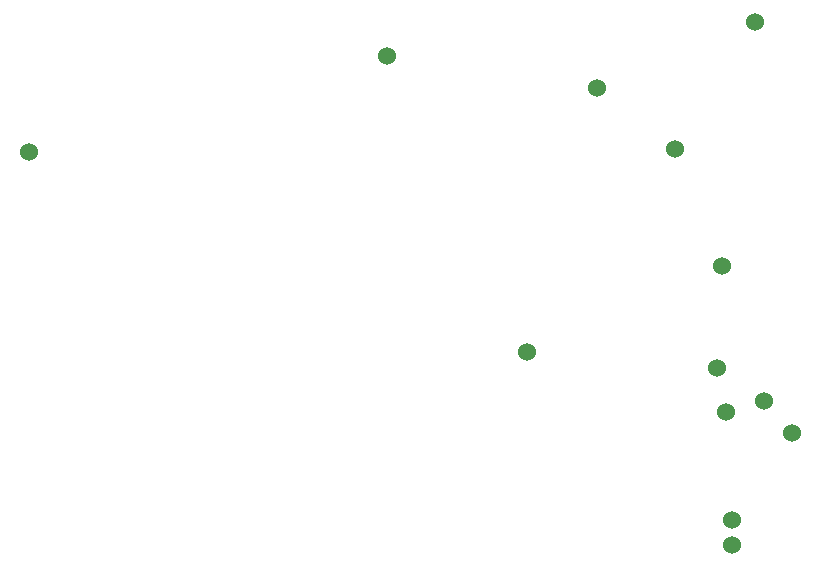
<source format=gbr>
%TF.GenerationSoftware,KiCad,Pcbnew,(6.0.5)*%
%TF.CreationDate,2022-05-28T08:22:02-07:00*%
%TF.ProjectId,Engine-Controller,456e6769-6e65-42d4-936f-6e74726f6c6c,1.0*%
%TF.SameCoordinates,Original*%
%TF.FileFunction,Paste,Bot*%
%TF.FilePolarity,Positive*%
%FSLAX46Y46*%
G04 Gerber Fmt 4.6, Leading zero omitted, Abs format (unit mm)*
G04 Created by KiCad (PCBNEW (6.0.5)) date 2022-05-28 08:22:02*
%MOMM*%
%LPD*%
G01*
G04 APERTURE LIST*
%ADD10C,1.524000*%
G04 APERTURE END LIST*
D10*
%TO.C,TP1*%
X160604200Y-130962400D03*
%TD*%
%TO.C,TP3*%
X178003200Y-147345400D03*
%TD*%
%TO.C,TP4*%
X166573200Y-108610400D03*
%TD*%
%TO.C,TP5*%
X178003200Y-145186400D03*
%TD*%
%TO.C,TP10*%
X148793200Y-105943400D03*
%TD*%
%TO.C,TP2*%
X179908200Y-103022400D03*
%TD*%
%TO.C,TP11*%
X173164500Y-113779300D03*
%TD*%
%TO.C,TP8*%
X118440200Y-114071400D03*
%TD*%
%TO.C,TP9*%
X183083200Y-137820400D03*
%TD*%
%TO.C,TP13*%
X177114200Y-123723400D03*
%TD*%
%TO.C,TP6*%
X176733200Y-132359400D03*
%TD*%
%TO.C,TP7*%
X177495200Y-136042400D03*
%TD*%
%TO.C,TP12*%
X180670200Y-135153400D03*
%TD*%
M02*

</source>
